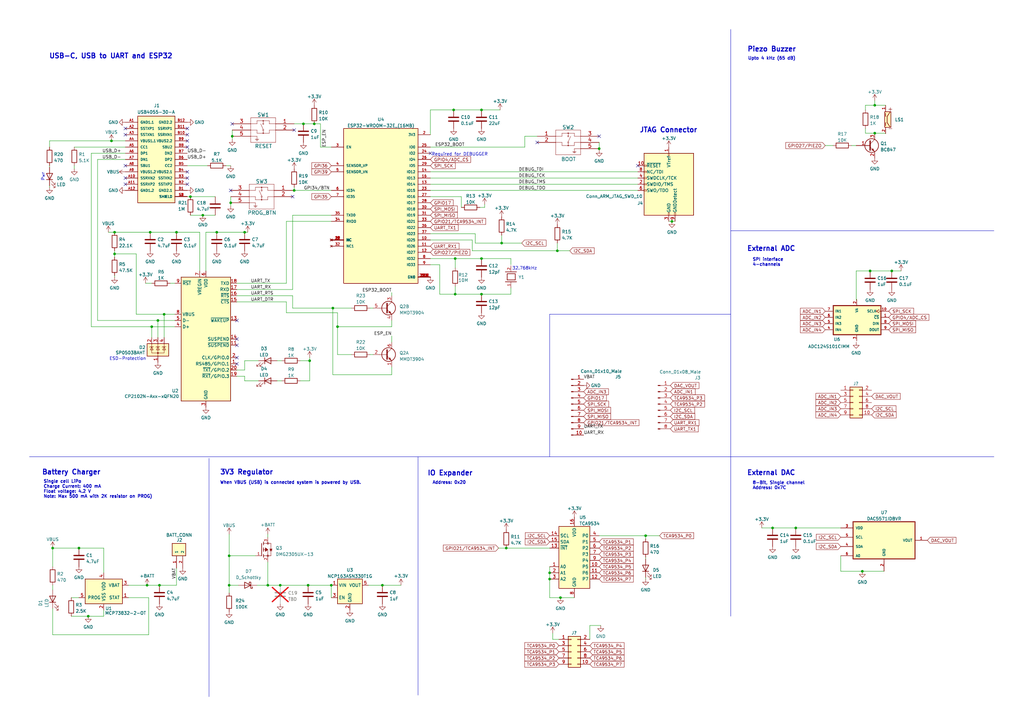
<source format=kicad_sch>
(kicad_sch (version 20230121) (generator eeschema)
  (paper "A3")
  (title_block (title "ESP32 Clover Development Board") (date "2022-11-19") (rev "1.0") (company "HB Scientific") (comment 1 "Licence: GNU General Public License v3.0") (comment 2 "Author: Harvey Bates"))
  (junction (at 186.69 120.65))
  (junction (at 136.525 126.365))
  (junction (at 326.39 216.535))
  (junction (at 64.77 131.445))
  (junction (at 358.775 54.61))
  (junction (at 245.745 60.96))
  (junction (at 197.485 120.65))
  (junction (at 275.59 90.805))
  (junction (at 32.385 224.79))
  (junction (at 205.74 99.695))
  (junction (at 93.98 227.965))
  (junction (at 36.195 252.73))
  (junction (at 60.325 240.03))
  (junction (at 225.425 237.49))
  (junction (at 93.98 240.03))
  (junction (at 21.59 224.79))
  (junction (at 229.87 245.11))
  (junction (at 61.595 95.25))
  (junction (at 127 147.955))
  (junction (at 62.23 133.985))
  (junction (at 353.695 234.315))
  (junction (at 67.31 128.905))
  (junction (at 126.365 240.03))
  (junction (at 358.775 43.18))
  (junction (at 65.405 240.03))
  (junction (at 45.72 57.785))
  (junction (at 83.185 88.265))
  (junction (at 186.69 106.045))
  (junction (at 135.89 240.03))
  (junction (at 228.6 102.87))
  (junction (at 114.935 240.03))
  (junction (at 197.485 106.045))
  (junction (at 197.485 45.085))
  (junction (at 124.46 50.8))
  (junction (at 94.615 83.185))
  (junction (at 316.865 216.535))
  (junction (at 156.845 240.03))
  (junction (at 46.99 95.25))
  (junction (at 356.87 111.125))
  (junction (at 264.795 219.71))
  (junction (at 138.43 133.985))
  (junction (at 225.425 234.95))
  (junction (at 95.25 55.88))
  (junction (at 120.65 78.105))
  (junction (at 88.9 95.25))
  (junction (at 72.39 95.25))
  (junction (at 46.99 104.14))
  (junction (at 78.105 80.645))
  (junction (at 109.855 240.03))
  (junction (at 186.055 45.085))
  (junction (at 207.645 224.79))
  (junction (at 365.76 111.125))
  (junction (at 100.33 95.25))
  (junction (at 128.905 50.8))
  (no_connect (at 120.015 80.645))
  (no_connect (at 176.53 62.865))
  (no_connect (at 51.435 55.245))
  (no_connect (at 51.435 75.565))
  (no_connect (at 51.435 73.025))
  (no_connect (at 51.435 52.705))
  (no_connect (at 51.435 67.945))
  (no_connect (at 95.25 50.8))
  (no_connect (at 120.65 53.34))
  (no_connect (at 94.615 78.105))
  (no_connect (at 261.62 67.945))
  (no_connect (at 97.155 131.445))
  (no_connect (at 97.155 141.605))
  (no_connect (at 97.155 146.685))
  (no_connect (at 97.155 139.065))
  (no_connect (at 97.155 149.225))
  (no_connect (at 76.835 55.245))
  (no_connect (at 76.835 60.325))
  (no_connect (at 76.835 52.705))
  (no_connect (at 76.835 57.785))
  (no_connect (at 76.835 75.565))
  (no_connect (at 76.835 73.025))
  (no_connect (at 76.835 70.485))
  (no_connect (at 245.745 55.88))
  (no_connect (at 220.345 58.42))
  (wire (pts (xy 44.45 95.25) (xy 46.99 95.25)))
  (wire (pts (xy 120.015 126.365) (xy 136.525 126.365)))
  (wire (pts (xy 176.53 73.025) (xy 261.62 73.025)))
  (wire (pts (xy 59.69 116.205) (xy 62.23 116.205)))
  (wire (pts (xy 186.69 117.475) (xy 186.69 120.65)))
  (wire (pts (xy 245.745 58.42) (xy 245.745 60.96)))
  (wire (pts (xy 194.945 99.695) (xy 194.945 95.885)))
  (wire (pts (xy 76.835 80.645) (xy 78.105 80.645)))
  (wire (pts (xy 120.65 50.8) (xy 124.46 50.8)))
  (wire (pts (xy 100.33 154.305) (xy 100.33 156.21)))
  (wire (pts (xy 186.69 106.045) (xy 197.485 106.045)))
  (wire (pts (xy 62.23 133.985) (xy 62.23 138.43)))
  (polyline (pts (xy 85.725 187.96) (xy 85.725 285.75)))
  (wire (pts (xy 135.89 240.03) (xy 135.89 245.11)))
  (wire (pts (xy 131.445 50.8) (xy 131.445 60.325)))
  (wire (pts (xy 97.155 118.745) (xy 120.015 118.745)))
  (wire (pts (xy 20.32 76.2) (xy 20.32 76.835)))
  (wire (pts (xy 37.465 62.865) (xy 51.435 62.865)))
  (wire (pts (xy 46.99 104.14) (xy 46.99 105.41)))
  (wire (pts (xy 180.34 120.65) (xy 186.69 120.65)))
  (wire (pts (xy 209.55 118.11) (xy 209.55 120.65)))
  (wire (pts (xy 120.015 126.365) (xy 120.015 121.285)))
  (wire (pts (xy 45.72 57.785) (xy 51.435 57.785)))
  (wire (pts (xy 62.23 133.985) (xy 71.755 133.985)))
  (wire (pts (xy 84.455 95.25) (xy 88.9 95.25)))
  (wire (pts (xy 55.88 128.905) (xy 67.31 128.905)))
  (wire (pts (xy 351.155 111.125) (xy 351.155 123.19)))
  (wire (pts (xy 127 146.685) (xy 127 147.955)))
  (wire (pts (xy 312.42 216.535) (xy 316.865 216.535)))
  (wire (pts (xy 245.745 219.71) (xy 264.795 219.71)))
  (wire (pts (xy 136.525 126.365) (xy 144.145 126.365)))
  (wire (pts (xy 156.845 240.03) (xy 164.465 240.03)))
  (polyline (pts (xy 171.45 187.325) (xy 171.45 285.115)))
  (wire (pts (xy 72.39 233.045) (xy 72.39 240.03)))
  (wire (pts (xy 205.74 99.695) (xy 213.995 99.695)))
  (wire (pts (xy 97.155 116.205) (xy 117.475 116.205)))
  (wire (pts (xy 229.87 245.11) (xy 235.585 245.11)))
  (wire (pts (xy 88.9 95.25) (xy 100.33 95.25)))
  (wire (pts (xy 151.765 126.365) (xy 153.035 126.365)))
  (wire (pts (xy 126.365 240.03) (xy 135.89 240.03)))
  (wire (pts (xy 131.445 60.325) (xy 135.89 60.325)))
  (wire (pts (xy 46.99 102.87) (xy 46.99 104.14)))
  (wire (pts (xy 127 147.955) (xy 127 156.21)))
  (wire (pts (xy 215.265 60.325) (xy 215.265 55.88)))
  (wire (pts (xy 176.53 106.045) (xy 186.69 106.045)))
  (wire (pts (xy 100.33 147.955) (xy 106.045 147.955)))
  (wire (pts (xy 198.755 83.82) (xy 198.755 85.09)))
  (wire (pts (xy 100.33 151.765) (xy 100.33 147.955)))
  (wire (pts (xy 60.325 240.03) (xy 65.405 240.03)))
  (wire (pts (xy 358.775 54.61) (xy 363.22 54.61)))
  (wire (pts (xy 275.59 90.805) (xy 276.86 90.805)))
  (wire (pts (xy 117.475 90.805) (xy 135.89 90.805)))
  (wire (pts (xy 354.965 54.61) (xy 358.775 54.61)))
  (wire (pts (xy 138.43 145.415) (xy 138.43 133.985)))
  (wire (pts (xy 69.85 116.205) (xy 71.755 116.205)))
  (wire (pts (xy 120.015 121.285) (xy 97.155 121.285)))
  (wire (pts (xy 37.465 133.985) (xy 62.23 133.985)))
  (wire (pts (xy 20.32 67.945) (xy 20.32 68.58)))
  (wire (pts (xy 160.655 153.67) (xy 136.525 153.67)))
  (wire (pts (xy 176.53 55.245) (xy 176.53 45.085)))
  (wire (pts (xy 228.6 102.87) (xy 233.68 102.87)))
  (wire (pts (xy 100.33 156.21) (xy 106.045 156.21)))
  (wire (pts (xy 160.655 131.445) (xy 160.655 133.985)))
  (wire (pts (xy 36.195 252.73) (xy 42.545 252.73)))
  (wire (pts (xy 186.69 120.65) (xy 197.485 120.65)))
  (wire (pts (xy 117.475 123.825) (xy 97.155 123.825)))
  (wire (pts (xy 21.59 260.35) (xy 60.96 260.35)))
  (wire (pts (xy 176.53 80.645) (xy 189.23 80.645)))
  (wire (pts (xy 226.695 259.715) (xy 226.695 262.255)))
  (wire (pts (xy 42.545 224.79) (xy 42.545 234.95)))
  (wire (pts (xy 225.425 237.49) (xy 225.425 245.11)))
  (wire (pts (xy 84.455 95.25) (xy 84.455 111.125)))
  (polyline (pts (xy 225.425 187.325) (xy 225.425 128.905)))
  (wire (pts (xy 117.475 116.205) (xy 117.475 90.805)))
  (wire (pts (xy 226.695 262.255) (xy 229.235 262.255)))
  (wire (pts (xy 344.805 227.965) (xy 344.805 234.315)))
  (wire (pts (xy 120.015 118.745) (xy 120.015 88.265)))
  (wire (pts (xy 78.105 88.265) (xy 83.185 88.265)))
  (wire (pts (xy 186.69 106.045) (xy 186.69 109.855)))
  (wire (pts (xy 120.015 78.105) (xy 120.65 78.105)))
  (wire (pts (xy 37.465 62.865) (xy 37.465 133.985)))
  (wire (pts (xy 81.915 95.25) (xy 81.915 111.125)))
  (wire (pts (xy 189.23 80.645) (xy 189.23 85.09)))
  (wire (pts (xy 160.655 137.795) (xy 160.655 140.335)))
  (wire (pts (xy 369.57 111.125) (xy 365.76 111.125)))
  (wire (pts (xy 117.475 128.27) (xy 117.475 123.825)))
  (wire (pts (xy 95.25 55.88) (xy 95.25 57.15)))
  (wire (pts (xy 97.155 154.305) (xy 100.33 154.305)))
  (wire (pts (xy 138.43 128.27) (xy 117.475 128.27)))
  (wire (pts (xy 93.98 219.075) (xy 93.98 227.965)))
  (wire (pts (xy 197.485 45.085) (xy 205.105 45.085)))
  (wire (pts (xy 176.53 45.085) (xy 186.055 45.085)))
  (wire (pts (xy 123.19 156.21) (xy 127 156.21)))
  (wire (pts (xy 93.98 240.03) (xy 97.79 240.03)))
  (wire (pts (xy 344.805 234.315) (xy 353.695 234.315)))
  (wire (pts (xy 92.71 67.945) (xy 94.615 67.945)))
  (wire (pts (xy 365.76 111.125) (xy 356.87 111.125)))
  (wire (pts (xy 30.48 67.945) (xy 30.48 69.215)))
  (wire (pts (xy 52.705 240.03) (xy 60.325 240.03)))
  (wire (pts (xy 358.775 41.275) (xy 358.775 43.18)))
  (wire (pts (xy 264.795 219.71) (xy 270.51 219.71)))
  (wire (pts (xy 193.675 98.425) (xy 193.675 102.87)))
  (wire (pts (xy 138.43 145.415) (xy 144.145 145.415)))
  (wire (pts (xy 29.21 245.11) (xy 32.385 245.11)))
  (wire (pts (xy 114.935 240.03) (xy 126.365 240.03)))
  (wire (pts (xy 160.655 150.495) (xy 160.655 153.67)))
  (wire (pts (xy 113.665 156.21) (xy 115.57 156.21)))
  (wire (pts (xy 207.645 224.79) (xy 225.425 224.79)))
  (wire (pts (xy 349.25 59.69) (xy 351.155 59.69)))
  (wire (pts (xy 21.59 241.935) (xy 21.59 240.03)))
  (wire (pts (xy 30.48 60.325) (xy 51.435 60.325)))
  (wire (pts (xy 29.21 252.73) (xy 36.195 252.73)))
  (wire (pts (xy 32.385 224.79) (xy 42.545 224.79)))
  (wire (pts (xy 94.615 80.645) (xy 94.615 83.185)))
  (wire (pts (xy 120.65 78.105) (xy 135.89 78.105)))
  (wire (pts (xy 40.005 131.445) (xy 64.77 131.445)))
  (polyline (pts (xy 299.72 94.615) (xy 407.67 94.615)))
  (wire (pts (xy 83.185 88.265) (xy 88.265 88.265)))
  (wire (pts (xy 64.77 131.445) (xy 71.755 131.445)))
  (wire (pts (xy 354.965 52.705) (xy 354.965 54.61)))
  (wire (pts (xy 353.695 234.315) (xy 362.585 234.315)))
  (wire (pts (xy 228.6 99.695) (xy 228.6 102.87)))
  (wire (pts (xy 120.015 88.265) (xy 135.89 88.265)))
  (wire (pts (xy 225.425 234.95) (xy 225.425 237.49)))
  (wire (pts (xy 21.59 224.79) (xy 32.385 224.79)))
  (wire (pts (xy 128.905 50.8) (xy 131.445 50.8)))
  (wire (pts (xy 316.865 216.535) (xy 326.39 216.535)))
  (wire (pts (xy 225.425 245.11) (xy 229.87 245.11)))
  (wire (pts (xy 113.665 147.955) (xy 115.57 147.955)))
  (wire (pts (xy 209.55 106.045) (xy 209.55 108.585)))
  (wire (pts (xy 274.32 90.805) (xy 275.59 90.805)))
  (wire (pts (xy 46.99 113.03) (xy 46.99 113.665)))
  (wire (pts (xy 176.53 98.425) (xy 193.675 98.425)))
  (wire (pts (xy 21.59 249.555) (xy 21.59 260.35)))
  (wire (pts (xy 138.43 133.985) (xy 160.655 133.985)))
  (wire (pts (xy 176.53 70.485) (xy 261.62 70.485)))
  (wire (pts (xy 356.87 111.125) (xy 351.155 111.125)))
  (wire (pts (xy 176.53 60.325) (xy 215.265 60.325)))
  (wire (pts (xy 354.965 43.18) (xy 358.775 43.18)))
  (polyline (pts (xy 12.065 187.325) (xy 407.67 187.325)))
  (wire (pts (xy 176.53 108.585) (xy 180.34 108.585)))
  (wire (pts (xy 186.055 45.085) (xy 197.485 45.085)))
  (wire (pts (xy 67.31 128.905) (xy 67.31 138.43)))
  (wire (pts (xy 120.65 76.835) (xy 120.65 78.105)))
  (wire (pts (xy 93.98 240.03) (xy 93.98 243.205)))
  (wire (pts (xy 205.74 96.52) (xy 205.74 99.695)))
  (wire (pts (xy 93.98 227.965) (xy 93.98 240.03)))
  (wire (pts (xy 78.105 80.645) (xy 88.265 80.645)))
  (wire (pts (xy 64.77 131.445) (xy 64.77 138.43)))
  (wire (pts (xy 338.455 59.69) (xy 341.63 59.69)))
  (wire (pts (xy 204.47 224.79) (xy 207.645 224.79)))
  (wire (pts (xy 196.85 85.09) (xy 198.755 85.09)))
  (wire (pts (xy 61.595 95.25) (xy 72.39 95.25)))
  (wire (pts (xy 194.945 99.695) (xy 205.74 99.695)))
  (wire (pts (xy 81.915 95.25) (xy 72.39 95.25)))
  (wire (pts (xy 264.795 236.855) (xy 264.795 237.49)))
  (wire (pts (xy 136.525 153.67) (xy 136.525 126.365)))
  (wire (pts (xy 215.265 55.88) (xy 220.345 55.88)))
  (wire (pts (xy 94.615 83.185) (xy 94.615 84.455)))
  (wire (pts (xy 109.855 219.075) (xy 109.855 220.345)))
  (wire (pts (xy 40.005 65.405) (xy 40.005 131.445)))
  (wire (pts (xy 264.795 219.71) (xy 264.795 220.98)))
  (wire (pts (xy 358.775 43.18) (xy 363.22 43.18)))
  (wire (pts (xy 105.41 240.03) (xy 109.855 240.03)))
  (wire (pts (xy 60.96 260.35) (xy 60.96 245.11)))
  (wire (pts (xy 55.88 104.14) (xy 55.88 128.905)))
  (polyline (pts (xy 225.425 128.905) (xy 299.72 128.905)))
  (wire (pts (xy 109.855 230.505) (xy 109.855 240.03)))
  (wire (pts (xy 180.34 108.585) (xy 180.34 120.65)))
  (wire (pts (xy 176.53 95.885) (xy 194.945 95.885)))
  (wire (pts (xy 95.25 53.34) (xy 95.25 55.88)))
  (wire (pts (xy 93.98 227.965) (xy 104.775 227.965)))
  (wire (pts (xy 20.32 57.785) (xy 20.32 60.325)))
  (wire (pts (xy 241.935 256.54) (xy 246.38 256.54)))
  (wire (pts (xy 21.59 232.41) (xy 21.59 224.79)))
  (wire (pts (xy 42.545 252.73) (xy 42.545 250.19)))
  (wire (pts (xy 225.425 232.41) (xy 225.425 234.95)))
  (wire (pts (xy 45.72 57.785) (xy 20.32 57.785)))
  (wire (pts (xy 97.155 151.765) (xy 100.33 151.765)))
  (wire (pts (xy 151.765 145.415) (xy 153.035 145.415)))
  (wire (pts (xy 197.485 106.045) (xy 209.55 106.045)))
  (wire (pts (xy 65.405 240.03) (xy 72.39 240.03)))
  (wire (pts (xy 100.33 95.25) (xy 101.6 95.25)))
  (wire (pts (xy 46.99 104.14) (xy 55.88 104.14)))
  (wire (pts (xy 123.19 147.955) (xy 127 147.955)))
  (wire (pts (xy 209.55 120.65) (xy 197.485 120.65)))
  (wire (pts (xy 60.96 245.11) (xy 52.705 245.11)))
  (wire (pts (xy 151.13 240.03) (xy 156.845 240.03)))
  (polyline (pts (xy 299.72 12.065) (xy 299.72 252.73)))
  (wire (pts (xy 245.745 60.96) (xy 245.745 61.595)))
  (wire (pts (xy 46.99 95.25) (xy 61.595 95.25)))
  (wire (pts (xy 326.39 216.535) (xy 344.805 216.535)))
  (wire (pts (xy 124.46 50.8) (xy 128.905 50.8)))
  (wire (pts (xy 160.655 120.015) (xy 160.655 121.285)))
  (wire (pts (xy 354.965 45.085) (xy 354.965 43.18)))
  (wire (pts (xy 109.855 240.03) (xy 114.935 240.03)))
  (wire (pts (xy 193.675 102.87) (xy 228.6 102.87)))
  (wire (pts (xy 67.31 128.905) (xy 71.755 128.905)))
  (wire (pts (xy 138.43 133.985) (xy 138.43 128.27)))
  (wire (pts (xy 76.835 67.945) (xy 85.09 67.945)))
  (wire (pts (xy 176.53 78.105) (xy 261.62 78.105)))
  (wire (pts (xy 264.795 228.6) (xy 264.795 229.235)))
  (wire (pts (xy 40.005 65.405) (xy 51.435 65.405)))
  (wire (pts (xy 176.53 75.565) (xy 261.62 75.565)))
  (wire (pts (xy 241.935 262.255) (xy 241.935 256.54)))
  (text "Address: 0x20" (at 177.292 198.755 0) (effects (font (size 1.27 1.27) (thickness 0.254) bold) (justify left bottom)))
  (text "32.768kHz" (at 210.058 110.871 0) (effects (font (size 1.27 1.27)) (justify left bottom)))
  (text "USB-C, USB to UART and ESP32" (at 20.066 24.257 0) (effects (font (size 2 2) (thickness 0.4) bold) (justify left bottom)))
  (text "Piezo Buzzer" (at 306.451 21.463 0) (effects (font (size 2 2) (thickness 0.4) bold) (justify left bottom)))
  (text "IO Expander" (at 175.26 195.326 0) (effects (font (size 2 2) (thickness 0.4) bold) (justify left bottom)))
  (text "3V3 Regulator" (at 90.17 194.945 0) (effects (font (size 2 2) (thickness 0.4) bold) (justify left bottom)))
  (text "Upto 4 kHz (65 dB)" (at 306.705 24.765 0) (effects (font (size 1.27 1.27) (thickness 0.254) bold) (justify left bottom)))
  (text "ESD-Protection" (at 44.831 147.955 0) (effects (font (size 1.27 1.27)) (justify left bottom)))
  (text "External DAC" (at 306.324 195.199 0) (effects (font (size 2 2) (thickness 0.4) bold) (justify left bottom)))
  (text "SPI interface\n4-channels" (at 308.61 109.347 0) (effects (font (size 1.27 1.27) (thickness 0.254) bold) (justify left bottom)))
  (text "Battery Charger" (at 17.145 194.945 0) (effects (font (size 2 2) (thickness 0.4) bold) (justify left bottom)))
  (text "8-Bit, Single channel\nAddress: 0x7C" (at 308.61 200.914 0) (effects (font (size 1.27 1.27) (thickness 0.254) bold) (justify left bottom)))
  (text "When VBUS (USB) is connected system is powered by USB." (at 90.17 198.755 0) (effects (font (size 1.27 1.27) (thickness 0.254) bold) (justify left bottom)))
  (text "Pwr" (at 18.415 74.295 90) (effects (font (size 1.27 1.27)) (justify left bottom)))
  (text "Single cell LiPo\nCharge Current: 400 mA \nFloat voltage: 4.2 V\nNote: Max 500 mA with 2K resistor on PROG)" (at 17.78 204.47 0) (effects (font (size 1.27 1.27) (thickness 0.254) bold) (justify left bottom)))
  (text "External ADC" (at 306.324 103.251 0) (effects (font (size 2 2) (thickness 0.4) bold) (justify left bottom)))
  (text "Required for DEBUGGER" (at 177.038 64.135 0) (effects (font (size 1.27 1.27)) (justify left bottom)))
  (text "JTAG Connector" (at 262.255 54.61 0) (effects (font (size 2 2) (thickness 0.4) bold) (justify left bottom)))
  (label "DEBUG_TMS" (at 212.725 75.565 0))
  (label "DEBUG_TCK" (at 212.725 73.025 0))
  (label "UART_TX" (at 102.87 116.205 0))
  (label "UART_RTS" (at 102.87 121.285 0))
  (label "UART_RX" (at 239.395 178.435 0))
  (label "UART_DTR" (at 102.87 123.825 0))
  (label "DEBUG_TDI" (at 212.725 70.485 0))
  (label "VBAT" (at 72.39 237.49 90))
  (label "UART_RX" (at 102.87 118.745 0))
  (label "USB_D-" (at 41.91 65.405 0))
  (label "ESP_EN" (at 160.655 137.795 180))
  (label "USB_D+" (at 76.835 65.405 0))
  (label "ESP_EN" (at 133.985 60.325 90))
  (label "GPI34{slash}BTN" (at 135.255 78.105 180))
  (label "ESP32_BOOT" (at 178.435 60.325 0))
  (label "USB_D-" (at 76.835 62.865 0))
  (label "UART_TX" (at 239.395 175.895 0))
  (label "DEBUG_TDO" (at 212.725 78.105 0))
  (label "USB_D+" (at 41.91 62.865 0))
  (label "ESP32_BOOT" (at 160.655 120.015 180))
  (label "VBAT" (at 239.395 155.575 0))
  (global_label "DAC_VOUT" (shape input) (at 357.505 162.56 0) (property "Intersheetrefs" "${INTERSHEET_REFS}" (effects hide)))
  (global_label "ADC_IN1" (shape input) (at 344.805 162.56 180) (property "Intersheetrefs" "${INTERSHEET_REFS}" (effects hide)))
  (global_label "UART_RX1" (shape input) (at 274.955 173.355 0) (property "Intersheetrefs" "${INTERSHEET_REFS}" (effects hide)))
  (global_label "I2C_SDA" (shape input) (at 233.68 102.87 0) (property "Intersheetrefs" "${INTERSHEET_REFS}" (effects hide)))
  (global_label "I2C_SCL" (shape input) (at 357.505 167.64 0) (property "Intersheetrefs" "${INTERSHEET_REFS}" (effects hide)))
  (global_label "SPI_SCK" (shape input) (at 239.395 165.735 0) (property "Intersheetrefs" "${INTERSHEET_REFS}" (effects hide)))
  (global_label "ADC_IN1" (shape input) (at 274.955 160.655 0) (property "Intersheetrefs" "${INTERSHEET_REFS}" (effects hide)))
  (global_label "GPIO17" (shape input) (at 239.395 163.195 0) (property "Intersheetrefs" "${INTERSHEET_REFS}" (effects hide)))
  (global_label "I2C_SDA" (shape input) (at 274.955 170.815 0) (property "Intersheetrefs" "${INTERSHEET_REFS}" (effects hide)))
  (global_label "GPIO21{slash}TCA9534_INT" (shape input) (at 176.53 90.805 0) (property "Intersheetrefs" "${INTERSHEET_REFS}" (effects hide)))
  (global_label "TCA9534_P2" (shape input) (at 245.745 224.79 0) (property "Intersheetrefs" "${INTERSHEET_REFS}" (effects hide)))
  (global_label "ADC_IN1" (shape input) (at 338.455 127.635 180) (property "Intersheetrefs" "${INTERSHEET_REFS}" (effects hide)))
  (global_label "TCA9534_P6" (shape input) (at 245.745 234.95 0) (property "Intersheetrefs" "${INTERSHEET_REFS}" (effects hide)))
  (global_label "GPIO21{slash}TCA9534_INT" (shape input) (at 204.47 224.79 180) (property "Intersheetrefs" "${INTERSHEET_REFS}" (effects hide)))
  (global_label "SPI_MOSI" (shape input) (at 364.49 132.715 0) (property "Intersheetrefs" "${INTERSHEET_REFS}" (effects hide)))
  (global_label "I2C_SDA" (shape input) (at 225.425 222.25 180) (property "Intersheetrefs" "${INTERSHEET_REFS}" (effects hide)))
  (global_label "ADC_IN2" (shape input) (at 338.455 130.175 180) (property "Intersheetrefs" "${INTERSHEET_REFS}" (effects hide)))
  (global_label "I2C_SCL" (shape input) (at 344.805 220.345 180) (property "Intersheetrefs" "${INTERSHEET_REFS}" (effects hide)))
  (global_label "GPIO27{slash}PIEZO" (shape input) (at 176.53 103.505 0) (property "Intersheetrefs" "${INTERSHEET_REFS}" (effects hide)))
  (global_label "TCA9534_P5" (shape input) (at 241.935 267.335 0) (property "Intersheetrefs" "${INTERSHEET_REFS}" (effects hide)))
  (global_label "SPI_MISO" (shape input) (at 364.49 135.255 0) (property "Intersheetrefs" "${INTERSHEET_REFS}" (effects hide)))
  (global_label "GPIO17" (shape input) (at 176.53 83.185 0) (property "Intersheetrefs" "${INTERSHEET_REFS}" (effects hide)))
  (global_label "GPIO21{slash}TCA9534_INT" (shape input) (at 239.395 173.355 0) (property "Intersheetrefs" "${INTERSHEET_REFS}" (effects hide)))
  (global_label "GPIO4{slash}ADC_CS" (shape input) (at 176.53 65.405 0) (property "Intersheetrefs" "${INTERSHEET_REFS}" (effects hide)))
  (global_label "TCA9534_P0" (shape input) (at 270.51 219.71 0) (property "Intersheetrefs" "${INTERSHEET_REFS}" (effects hide)))
  (global_label "TCA9534_P3" (shape input) (at 229.235 272.415 180) (property "Intersheetrefs" "${INTERSHEET_REFS}" (effects hide)))
  (global_label "GPIO4{slash}ADC_CS" (shape input) (at 364.49 130.175 0) (property "Intersheetrefs" "${INTERSHEET_REFS}" (effects hide)))
  (global_label "GPI35" (shape input) (at 135.89 80.645 180) (property "Intersheetrefs" "${INTERSHEET_REFS}" (effects hide)))
  (global_label "TCA9534_P0" (shape input) (at 229.235 264.795 180) (property "Intersheetrefs" "${INTERSHEET_REFS}" (effects hide)))
  (global_label "GPIO27{slash}PIEZO" (shape input) (at 338.455 59.69 180) (property "Intersheetrefs" "${INTERSHEET_REFS}" (effects hide)))
  (global_label "TCA9534_P2" (shape input) (at 229.235 269.875 180) (property "Intersheetrefs" "${INTERSHEET_REFS}" (effects hide)))
  (global_label "SPI_SCK" (shape input) (at 364.49 127.635 0) (property "Intersheetrefs" "${INTERSHEET_REFS}" (effects hide)))
  (global_label "TCA9534_P5" (shape input) (at 245.745 232.41 0) (property "Intersheetrefs" "${INTERSHEET_REFS}" (effects hide)))
  (global_label "SPI_MISO" (shape input) (at 176.53 88.265 0) (property "Intersheetrefs" "${INTERSHEET_REFS}" (effects hide)))
  (global_label "TCA9534_P3" (shape input) (at 274.955 163.195 0) (property "Intersheetrefs" "${INTERSHEET_REFS}" (effects hide)))
  (global_label "GPI36" (shape input) (at 135.89 67.945 180) (property "Intersheetrefs" "${INTERSHEET_REFS}" (effects hide)))
  (global_label "UART_RX1" (shape input) (at 176.53 100.965 0) (property "Intersheetrefs" "${INTERSHEET_REFS}" (effects hide)))
  (global_label "I2C_SDA" (shape input) (at 344.805 224.155 180) (property "Intersheetrefs" "${INTERSHEET_REFS}" (effects hide)))
  (global_label "DAC_VOUT" (shape input) (at 380.365 221.615 0) (property "Intersheetrefs" "${INTERSHEET_REFS}" (effects hide)))
  (global_label "ADC_IN4" (shape input) (at 344.805 170.18 180) (property "Intersheetrefs" "${INTERSHEET_REFS}" (effects hide)))
  (global_label "UART_TX1" (shape input) (at 176.53 93.345 0) (property "Intersheetrefs" "${INTERSHEET_REFS}" (effects hide)))
  (global_label "GPI39" (shape input) (at 135.89 70.485 180) (property "Intersheetrefs" "${INTERSHEET_REFS}" (effects hide)))
  (global_label "TCA9534_P4" (shape input) (at 245.745 229.87 0) (property "Intersheetrefs" "${INTERSHEET_REFS}" (effects hide)))
  (global_label "I2C_SCL" (shape input) (at 213.995 99.695 0) (property "Intersheetrefs" "${INTERSHEET_REFS}" (effects hide)))
  (global_label "UART_TX1" (shape input) (at 274.955 175.895 0) (property "Intersheetrefs" "${INTERSHEET_REFS}" (effects hide)))
  (global_label "ADC_IN2" (shape input) (at 344.805 165.1 180) (property "Intersheetrefs" "${INTERSHEET_REFS}" (effects hide)))
  (global_label "TCA9534_P3" (shape input) (at 245.745 227.33 0) (property "Intersheetrefs" "${INTERSHEET_REFS}" (effects hide)))
  (global_label "ADC_IN3" (shape input) (at 344.805 167.64 180) (property "Intersheetrefs" "${INTERSHEET_REFS}" (effects hide)))
  (global_label "ADC_IN3" (shape input) (at 338.455 132.715 180) (property "Intersheetrefs" "${INTERSHEET_REFS}" (effects hide)))
  (global_label "TCA9534_P7" (shape input) (at 241.935 272.415 0) (property "Intersheetrefs" "${INTERSHEET_REFS}" (effects hide)))
  (global_label "DAC_VOUT" (shape input) (at 274.955 158.115 0) (property "Intersheetrefs" "${INTERSHEET_REFS}" (effects hide)))
  (global_label "ADC_IN3" (shape input) (at 239.395 160.655 0) (property "Intersheetrefs" "${INTERSHEET_REFS}" (effects hide)))
  (global_label "TCA9534_P1" (shape input) (at 245.745 222.25 0) (property "Intersheetrefs" "${INTERSHEET_REFS}" (effects hide)))
  (global_label "I2C_SDA" (shape input) (at 357.505 170.18 0) (property "Intersheetrefs" "${INTERSHEET_REFS}" (effects hide)))
  (global_label "I2C_SCL" (shape input) (at 274.955 168.275 0) (property "Intersheetrefs" "${INTERSHEET_REFS}" (effects hide)))
  (global_label "ADC_IN4" (shape input) (at 338.455 135.255 180) (property "Intersheetrefs" "${INTERSHEET_REFS}" (effects hide)))
  (global_label "TCA9534_P2" (shape input) (at 274.955 165.735 0) (property "Intersheetrefs" "${INTERSHEET_REFS}" (effects hide)))
  (global_label "SPI_MOSI" (shape input) (at 239.395 168.275 0) (property "Intersheetrefs" "${INTERSHEET_REFS}" (effects hide)))
  (global_label "TCA9534_P7" (shape input) (at 245.745 237.49 0) (property "Intersheetrefs" "${INTERSHEET_REFS}" (effects hide)))
  (global_label "TCA9534_P1" (shape input) (at 229.235 267.335 180) (property "Intersheetrefs" "${INTERSHEET_REFS}" (effects hide)))
  (global_label "TCA9534_P4" (shape input) (at 241.935 264.795 0) (property "Intersheetrefs" "${INTERSHEET_REFS}" (effects hide)))
  (global_label "I2C_SCL" (shape input) (at 225.425 219.71 180) (property "Intersheetrefs" "${INTERSHEET_REFS}" (effects hide)))
  (global_label "SPI_SCK" (shape input) (at 176.53 67.945 0) (property "Intersheetrefs" "${INTERSHEET_REFS}" (effects hide)))
  (global_label "TCA9534_P6" (shape input) (at 241.935 269.875 0) (property "Intersheetrefs" "${INTERSHEET_REFS}" (effects hide)))
  (global_label "SPI_MOSI" (shape input) (at 176.53 85.725 0) (property "Intersheetrefs" "${INTERSHEET_REFS}" (effects hide)))
  (global_label "SPI_MISO" (shape input) (at 239.395 170.815 0) (property "Intersheetrefs" "${INTERSHEET_REFS}" (effects hide)))
  (symbol (lib_id "Device:R") (at 20.32 64.135 180) (unit 1)
    (property "Reference" "R20" (at 22.098 63.3003 0) (effects (justify right)))
    (property "Value" "470" (at 22.098 65.8372 0) (effects (justify right)))
    (property "Footprint" "Resistor_SMD:R_0603_1608Metric" (effects hide))
  )
  (symbol (lib_id "Device:R") (at 207.645 220.98 180) (unit 1)
    (property "Reference" "R11" (at 209.423 220.1453 0) (effects (justify right)))
    (property "Value" "4.7K" (at 209.423 222.6822 0) (effects (justify right)))
    (property "Footprint" "Resistor_SMD:R_0603_1608Metric" (effects hide))
  )
  (symbol (lib_id "Device:R") (at 21.59 236.22 0) (unit 1)
    (property "Reference" "R2" (at 23.368 235.3853 0) (effects (justify left)))
    (property "Value" "470" (at 23.368 237.9222 0) (effects (justify left)))
    (property "Footprint" "Resistor_SMD:R_0603_1608Metric" (effects hide))
  )
  (symbol (lib_id "MCIPTG23K-V:MCIPTG23K-V") (at 120.015 78.105 0) (mirror y) (unit 1)
    (property "Reference" "SW3" (at 107.315 74.422 0) (effects (font (size 1.524 1.524))))
    (property "Value" "PROG_BTN" (at 107.442 87.249 0) (effects (font (size 1.524 1.524))))
    (property "Footprint" "MCIPTG23K-V:MCIPTG23K-V" (effects hide))
  )
  (symbol (lib_id "power:VBUS") (at 51.435 70.485 90) (unit 1)
    (property "Reference" "#PWR06" (effects hide))
    (property "Value" "VBUS" (at 43.815 70.485 90) (effects (justify right)))
  )
  (symbol (lib_id "Device:C") (at 65.405 243.84 0) (unit 1)
    (property "Reference" "C4" (at 68.326 243.0053 0) (effects (justify left)))
    (property "Value" "4.7uF" (at 68.326 245.5422 0) (effects (justify left)))
    (property "Footprint" "Capacitor_SMD:C_0603_1608Metric" (effects hide))
  )
  (symbol (lib_id "power:GND") (at 20.32 76.835 0) (unit 1)
    (property "Reference" "#PWR028" (effects hide))
    (property "Value" "GND" (at 20.32 81.2784 0))
  )
  (symbol (lib_id "Device:C") (at 316.865 220.345 0) (unit 1)
    (property "Reference" "C14" (at 319.786 219.5103 0) (effects (justify left)))
    (property "Value" "1uF" (at 319.786 222.0472 0) (effects (justify left)))
    (property "Footprint" "Capacitor_SMD:C_0603_1608Metric" (effects hide))
  )
  (symbol (lib_id "power:GND") (at 358.775 64.77 0) (unit 1)
    (property "Reference" "#PWR058" (effects hide))
    (property "Value" "GND" (at 358.775 69.2134 0))
  )
  (symbol (lib_id "power:GND") (at 93.98 250.825 0) (unit 1)
    (property "Reference" "#PWR061" (effects hide))
    (property "Value" "GND" (at 93.98 255.2684 0))
  )
  (symbol (lib_id "Device:R") (at 78.105 84.455 180) (unit 1)
    (property "Reference" "R21" (at 73.025 83.185 0) (effects (justify right)))
    (property "Value" "1M" (at 73.025 85.725 0) (effects (justify right)))
    (property "Footprint" "Resistor_SMD:R_0603_1608Metric" (effects hide))
  )
  (symbol (lib_id "power:GND") (at 353.695 234.315 0) (unit 1)
    (property "Reference" "#PWR053" (effects hide))
    (property "Value" "GND" (at 353.695 238.7584 0))
  )
  (symbol (lib_id "power:GND") (at 197.485 128.27 0) (unit 1)
    (property "Reference" "#PWR038" (effects hide))
    (property "Value" "GND" (at 197.485 132.7134 0))
  )
  (symbol (lib_id "power:GND") (at 65.405 247.65 0) (unit 1)
    (property "Reference" "#PWR015" (effects hide))
    (property "Value" "GND" (at 65.405 252.0934 0))
  )
  (symbol (lib_id "power:GND") (at 275.59 90.805 0) (unit 1)
    (property "Reference" "#PWR048" (effects hide))
    (property "Value" "GND" (at 275.59 95.2484 0))
  )
  (symbol (lib_id "Power_Protection:SP0503BAHT") (at 64.77 143.51 0) (unit 1)
    (property "Reference" "D2" (at 57.023 142.494 0) (effects (justify left)))
    (property "Value" "SP0503BAHT" (at 47.371 144.653 0) (effects (justify left)))
    (property "Footprint" "Package_TO_SOT_SMD:SOT-143" (effects hide))
    (property "Datasheet" "http://www.littelfuse.com/~/media/files/littelfuse/technical%20resources/documents/data%20sheets/sp05xxba.pdf" (effects hide))
    (property "Supplier" "https://au.element14.com/littelfuse/sp0503bahtg/esd-protection-device-5-5v-sot/dp/1827633?st=SP0503BAHTG" (effects hide))
  )
  (symbol (lib_id "power:GND") (at 76.835 78.105 90) (unit 1)
    (property "Reference" "#PWR016" (effects hide))
    (property "Value" "GND" (at 83.82 78.105 90) (effects (justify left)))
  )
  (symbol (lib_id "power:GND") (at 51.435 50.165 270) (unit 1)
    (property "Reference" "#PWR08" (effects hide))
    (property "Value" "GND" (at 44.45 50.165 90) (effects (justify left)))
  )
  (symbol (lib_id "Connector:Conn_01x10_Male") (at 234.315 165.735 0) (unit 1)
    (property "Reference" "J5" (at 253.492 154.559 0))
    (property "Value" "Conn_01x10_Male" (at 246.634 152.273 0))
    (property "Footprint" "Connector_PinHeader_2.54mm:PinHeader_1x10_P2.54mm_Vertical" (effects hide))
  )
  (symbol (lib_id "ABS07AIG-32.768KHZ-T:ABS07AIG-32.768KHZ-T") (at 209.55 113.538 90) (unit 1)
    (property "Reference" "Y1" (at 212.598 113.665 90) (effects (justify right)))
    (property "Value" "ABS07AIG-32.768KHZ-T" (effects hide))
    (property "Footprint" "32_768kHZ:ABS07AIG-32.768KHZ-T" (effects hide))
  )
  (symbol (lib_id "Transistor_BJT:MMDT3904") (at 158.115 145.415 0) (unit 1)
    (property "Reference" "Q2" (at 163.83 144.78 0) (effects (justify left)))
    (property "Value" "MMDT3904" (at 163.83 147.32 0) (effects (justify left)))
    (property "Footprint" "Package_TO_SOT_SMD:SOT-363_SC-70-6" (effects hide))
    (property "Datasheet" "http://www.diodes.com/_files/datasheets/ds30088.pdf" (effects hide))
  )
  (symbol (lib_id "power:GND") (at 51.435 78.105 270) (unit 1)
    (property "Reference" "#PWR09" (effects hide))
    (property "Value" "GND" (at 44.45 78.105 90) (effects (justify left)))
  )
  (symbol (lib_id "Battery_Management:MCP73832-2-OT") (at 42.545 242.57 0) (unit 1)
    (property "Reference" "U1" (at 43.18 249.555 0) (effects (justify left)))
    (property "Value" "MCP73832-2-OT" (at 43.053 251.46 0) (effects (justify left)))
    (property "Footprint" "Package_TO_SOT_SMD:SOT-23-5" (effects hide))
    (property "Datasheet" "http://ww1.microchip.com/downloads/en/DeviceDoc/20001984g.pdf" (effects hide))
  )
  (symbol (lib_id "power:+3.3V") (at 127 146.685 0) (unit 1)
    (property "Reference" "#PWR031" (effects hide))
    (property "Value" "+3.3V" (at 127 143.1092 0))
  )
  (symbol (lib_id "ADC124S101CIMM:ADC124S101CIMM") (at 351.409 131.699 0) (unit 1)
    (property "Reference" "U6" (at 343.281 139.192 0))
    (property "Value" "ADC124S101CIMM" (at 339.979 142.113 0))
    (property "Footprint" "ADC124S101CIMM:ADC124S101CIMM" (effects hide))
    (property "Datasheet" "https://www.ti.com/lit/ds/symlink/adc124s101.pdf?HQS=dis-dk-null-digikeymode-dsf-pf-null-wwe&ts=1668772001635" (effects hide))
    (property "Supplier" "https://www.digikey.com.au/en/products/detail/texas-instruments/ADC124S101CIMM-NOPB/755015" (effects hide))
  )
  (symbol (lib_id "power:GND") (at 32.385 232.41 0) (unit 1)
    (property "Reference" "#PWR03" (effects hide))
    (property "Value" "GND" (at 32.385 236.8534 0))
  )
  (symbol (lib_id "power:GND") (at 95.25 57.15 0) (unit 1)
    (property "Reference" "#PWR023" (effects hide))
    (property "Value" "GND" (at 95.25 61.5934 0))
  )
  (symbol (lib_id "power:+3.3V") (at 312.42 216.535 0) (unit 1)
    (property "Reference" "#PWR049" (effects hide))
    (property "Value" "+3.3V" (at 312.42 212.9592 0))
  )
  (symbol (lib_id "power:GND") (at 245.745 61.595 0) (unit 1)
    (property "Reference" "#PWR046" (effects hide))
    (property "Value" "GND" (at 245.745 66.0384 0))
  )
  (symbol (lib_id "power:+BATT") (at 109.855 219.075 0) (unit 1)
    (property "Reference" "#PWR063" (effects hide))
    (property "Value" "+BATT" (at 109.855 215.265 0))
  )
  (symbol (lib_id "Device:C") (at 88.265 84.455 0) (unit 1)
    (property "Reference" "C18" (at 80.645 83.1881 0) (effects (justify left)))
    (property "Value" "4.7uF" (at 80.645 85.725 0) (effects (justify left)))
    (property "Footprint" "Capacitor_SMD:C_0603_1608Metric" (effects hide))
  )
  (symbol (lib_id "power:GND") (at 126.365 247.65 0) (unit 1)
    (property "Reference" "#PWR020" (effects hide))
    (property "Value" "GND" (at 126.365 252.0934 0))
  )
  (symbol (lib_id "power:GND") (at 316.865 224.155 0) (unit 1)
    (property "Reference" "#PWR050" (effects hide))
    (property "Value" "GND" (at 316.865 228.5984 0))
  )
  (symbol (lib_id "Device:C") (at 186.055 48.895 0) (unit 1)
    (property "Reference" "C10" (at 188.976 48.0603 0) (effects (justify left)))
    (property "Value" "0.1uF" (at 188.976 50.5972 0) (effects (justify left)))
    (property "Footprint" "Capacitor_SMD:C_0603_1608Metric" (effects hide))
  )
  (symbol (lib_id "power:VBUS") (at 45.72 57.785 0) (unit 1)
    (property "Reference" "#PWR05" (effects hide))
    (property "Value" "VBUS" (at 45.72 54.2092 0))
  )
  (symbol (lib_id "power:GND") (at 186.055 52.705 0) (unit 1)
    (property "Reference" "#PWR034" (effects hide))
    (property "Value" "GND" (at 186.055 57.1484 0))
  )
  (symbol (lib_id "Device:R") (at 228.6 95.885 180) (unit 1)
    (property "Reference" "R15" (at 230.378 95.0503 0) (effects (justify right)))
    (property "Value" "4.7K" (at 230.378 97.5872 0) (effects (justify right)))
    (property "Footprint" "Resistor_SMD:R_0603_1608Metric" (effects hide))
  )
  (symbol (lib_id "power:GND") (at 365.76 118.745 0) (unit 1)
    (property "Reference" "#PWR055" (effects hide))
    (property "Value" "GND" (at 365.76 123.1884 0))
  )
  (symbol (lib_id "power:+3.3V") (at 164.465 240.03 0) (unit 1)
    (property "Reference" "#PWR030" (effects hide))
    (property "Value" "+3.3V" (at 164.465 236.22 0))
  )
  (symbol (lib_id "Transistor_BJT:BC847") (at 356.235 59.69 0) (unit 1)
    (property "Reference" "Q1" (at 361.0864 58.8553 0) (effects (justify left)))
    (property "Value" "BC847" (at 361.0864 61.3922 0) (effects (justify left)))
    (property "Footprint" "Package_TO_SOT_SMD:SOT-23" (effects hide))
    (property "Datasheet" "http://www.infineon.com/dgdl/Infineon-BC847SERIES_BC848SERIES_BC849SERIES_BC850SERIES-DS-v01_01-en.pdf?fileId=db3a304314dca389011541d4630a1657" (effects hide))
  )
  (symbol (lib_id "power:+3.3V") (at 59.69 116.205 0) (unit 1)
    (property "Reference" "#PWR011" (effects hide))
    (property "Value" "+3.3V" (at 59.69 112.6292 0))
  )
  (symbol (lib_id "power:GND") (at 176.53 113.665 0) (unit 1)
    (property "Reference" "#PWR033" (effects hide))
    (property "Value" "GND" (at 176.53 118.1084 0))
  )
  (symbol (lib_id "ESP32-WROOM-32E__16MB:ESP32-WROOM-32E_(16MB)") (at 156.21 85.725 0) (unit 1)
    (property "Reference" "U4" (at 156.21 49.0052 0))
    (property "Value" "ESP32-WROOM-32E_(16MB)" (at 156.21 51.5421 0))
    (property "Footprint" "ESP32:ESP32-WROOM-32E__16MB" (effects hide))
    (property "PARTREV" "1.4" (effects hide))
    (property "MANUFACTURER" "Espressif Systems" (effects hide))
    (property "MAXIMUM_PACKAGE_HEIGHT" "3.25mm" (effects hide))
    (property "STANDARD" "Manufacturer Recommendations" (effects hide))
  )
  (symbol (lib_id "power:GND") (at 94.615 84.455 0) (unit 1)
    (property "Reference" "#PWR0101" (effects hide))
    (property "Value" "GND" (at 94.615 88.8984 0))
  )
  (symbol (lib_id "Device:C") (at 356.87 114.935 0) (unit 1)
    (property "Reference" "C16" (at 359.791 114.1003 0) (effects (justify left)))
    (property "Value" "1uF" (at 359.791 116.6372 0) (effects (justify left)))
    (property "Footprint" "Capacitor_SMD:C_0603_1608Metric" (effects hide))
  )
  (symbol (lib_id "power:GND") (at 61.595 102.87 0) (unit 1)
    (property "Reference" "#PWR012" (effects hide))
    (property "Value" "GND" (at 61.595 107.3134 0))
  )
  (symbol (lib_id "power:+3.3V") (at 205.74 88.9 0) (unit 1)
    (property "Reference" "#PWR041" (effects hide))
    (property "Value" "+3.3V" (at 205.74 85.3242 0))
  )
  (symbol (lib_id "power:GND") (at 356.87 118.745 0) (unit 1)
    (property "Reference" "#PWR054" (effects hide))
    (property "Value" "GND" (at 356.87 123.1884 0))
  )
  (symbol (lib_id "power:+3.3V") (at 205.105 45.085 0) (unit 1)
    (property "Reference" "#PWR040" (effects hide))
    (property "Value" "+3.3V" (at 205.105 41.5092 0))
  )
  (symbol (lib_id "Device:C") (at 100.33 99.06 0) (unit 1)
    (property "Reference" "C7" (at 103.251 98.2253 0) (effects (justify left)))
    (property "Value" "4.7uF" (at 103.251 100.7622 0) (effects (justify left)))
    (property "Footprint" "Capacitor_SMD:C_0603_1608Metric" (effects hide))
  )
  (symbol (lib_id "Connector:Conn_01x08_Male") (at 269.875 165.735 0) (unit 1)
    (property "Reference" "J3" (at 286.131 154.94 0))
    (property "Value" "Conn_01x08_Male" (at 279.019 152.527 0))
    (property "Footprint" "Connector_PinHeader_2.54mm:PinHeader_1x08_P2.54mm_Vertical" (effects hide))
  )
  (symbol (lib_id "Device:R") (at 147.955 145.415 270) (unit 1)
    (property "Reference" "R22" (at 147.955 140.335 90))
    (property "Value" "10K" (at 147.955 142.875 90))
    (property "Footprint" "Resistor_SMD:R_0603_1608Metric" (effects hide))
  )
  (symbol (lib_id "power:GND") (at 197.485 113.665 0) (unit 1)
    (property "Reference" "#PWR037" (effects hide))
    (property "Value" "GND" (at 197.485 118.1084 0))
  )
  (symbol (lib_id "Device:C") (at 114.935 243.84 0) (unit 1) (dnp yes)
    (property "Reference" "C19" (at 118.11 243.205 0) (effects (justify left)))
    (property "Value" "TBD" (at 118.11 245.745 0) (effects (justify left)))
    (property "Footprint" "Capacitor_SMD:C_0603_1608Metric" (effects hide))
  )
  (symbol (lib_id "Device:C") (at 61.595 99.06 0) (unit 1)
    (property "Reference" "C2" (at 64.516 98.2253 0) (effects (justify left)))
    (property "Value" "4.7uF" (at 64.516 100.7622 0) (effects (justify left)))
    (property "Footprint" "Capacitor_SMD:C_0603_1608Metric" (effects hide))
  )
  (symbol (lib_id "power:GND") (at 197.485 52.705 0) (unit 1)
    (property "Reference" "#PWR036" (effects hide))
    (property "Value" "GND" (at 197.485 57.1484 0))
  )
  (symbol (lib_id "power:GND") (at 229.87 245.11 0) (unit 1)
    (property "Reference" "#PWR042" (effects hide))
    (property "Value" "GND" (at 229.87 249.5534 0))
  )
  (symbol (lib_id "Device:R") (at 147.955 126.365 270) (unit 1)
    (property "Reference" "R23" (at 147.955 121.285 90))
    (property "Value" "10K" (at 147.955 123.825 90))
    (property "Footprint" "Resistor_SMD:R_0603_1608Metric" (effects hide))
  )
  (symbol (lib_id "power:GND") (at 74.93 233.045 0) (unit 1)
    (property "Reference" "#PWR018" (effects hide))
    (property "Value" "GND" (at 74.93 237.363 0))
  )
  (symbol (lib_id "power:GND") (at 94.615 67.945 0) (unit 1)
    (property "Reference" "#PWR022" (effects hide))
    (property "Value" "GND" (at 94.615 72.3884 0))
  )
  (symbol (lib_id "power:GND") (at 264.795 237.49 0) (unit 1)
    (property "Reference" "#PWR045" (effects hide))
    (property "Value" "GND" (at 264.795 241.9334 0))
  )
  (symbol (lib_id "Device:LED") (at 109.855 156.21 0) (unit 1)
    (property "Reference" "D4" (at 108.2675 151.2402 0))
    (property "Value" "LED" (at 108.2675 153.7771 0))
    (property "Footprint" "LED_SMD:LED_0603_1608Metric" (effects hide))
    (property "Color" "Orange" (effects hide))
  )
  (symbol (lib_id "power:+3.3V") (at 369.57 111.125 0) (unit 1)
    (property "Reference" "#PWR056" (effects hide))
    (property "Value" "+3.3V" (at 369.57 107.5492 0))
  )
  (symbol (lib_id "power:+3.3V") (at 226.695 259.715 0) (unit 1)
    (property "Reference" "#PWR?" (effects hide))
    (property "Value" "+3.3V" (at 226.695 256.1392 0))
  )
  (symbol (lib_id "power:GND") (at 124.46 58.42 0) (unit 1)
    (property "Reference" "#PWR029" (effects hide))
    (property "Value" "GND" (at 124.46 62.8634 0))
  )
  (symbol (lib_id "Device:C") (at 197.485 48.895 0) (unit 1)
    (property "Reference" "C11" (at 200.406 48.0603 0) (effects (justify left)))
    (property "Value" "22uF" (at 200.406 50.5972 0) (effects (justify left)))
    (property "Footprint" "Capacitor_SMD:C_0603_1608Metric" (effects hide))
  )
  (symbol (lib_id "Device:LED") (at 264.795 233.045 90) (unit 1)
    (property "Reference" "D5" (at 267.716 233.7978 90) (effects (justify right)))
    (property "Value" "LED" (at 267.716 236.3347 90) (effects (justify right)))
    (property "Footprint" "LED_SMD:LED_0603_1608Metric" (effects hide))
    (property "Color" "Green" (effects hide))
  )
  (symbol (lib_id "Device:C") (at 88.9 99.06 0) (unit 1)
    (property "Reference" "C6" (at 91.821 98.2253 0) (effects (justify left)))
    (property "Value" "0.1uF" (at 91.821 100.7622 0) (effects (justify left)))
    (property "Footprint" "Capacitor_SMD:C_0603_1608Metric" (effects hide))
  )
  (symbol (lib_id "Device:LED") (at 109.855 147.955 0) (unit 1)
    (property "Reference" "D3" (at 108.2675 142.9852 0))
    (property "Value" "LED" (at 108.2675 145.5221 0))
    (property "Footprint" "LED_SMD:LED_0603_1608Metric" (effects hide))
    (property "Color" "Orange" (effects hide))
  )
  (symbol (lib_id "power:GND") (at 239.395 158.115 90) (unit 1)
    (property "Reference" "#PWR0103" (effects hide))
    (property "Value" "GND" (at 242.316 158.115 90) (effects (justify right)))
  )
  (symbol (lib_id "Device:R") (at 46.99 109.22 0) (unit 1)
    (property "Reference" "R5" (at 48.768 108.3853 0) (effects (justify left)))
    (property "Value" "47.5K" (at 48.768 110.9222 0) (effects (justify left)))
    (property "Footprint" "Resistor_SMD:R_0603_1608Metric" (effects hide))
  )
  (symbol (lib_id "power:GND") (at 30.48 69.215 0) (unit 1)
    (property "Reference" "#PWR01" (effects hide))
    (property "Value" "GND" (at 30.48 73.6584 0))
  )
  (symbol (lib_id "power:GND") (at 84.455 167.005 0) (unit 1)
    (property "Reference" "#PWR019" (effects hide))
    (property "Value" "GND" (at 84.455 171.323 0))
  )
  (symbol (lib_id "power:GND") (at 143.51 250.19 0) (unit 1)
    (property "Reference" "#PWR026" (effects hide))
    (property "Value" "GND" (at 143.51 254.6334 0))
  )
  (symbol (lib_id "DAC5571IDBVR:DAC5571IDBVR") (at 362.585 221.615 0) (unit 1)
    (property "Reference" "U7" (at 362.585 210.219 0))
    (property "Value" "DAC5571IDBVR" (at 362.585 212.7559 0))
    (property "Footprint" "DAC5571IDBVR:SOT95P280X145-6N" (effects hide))
  )
  (symbol (lib_id "power:GND") (at 351.155 140.335 0) (unit 1)
    (property "Reference" "#PWR052" (effects hide))
    (property "Value" "GND" (at 351.155 144.7784 0))
  )
  (symbol (lib_id "power:+3.3V") (at 228.6 92.075 0) (unit 1)
    (property "Reference" "#PWR044" (effects hide))
    (property "Value" "+3.3V" (at 228.6 88.4992 0))
  )
  (symbol (lib_id "Device:R") (at 205.74 92.71 180) (unit 1)
    (property "Reference" "R14" (at 207.518 91.8753 0) (effects (justify right)))
    (property "Value" "4.7K" (at 207.518 94.4122 0) (effects (justify right)))
    (property "Footprint" "Resistor_SMD:R_0603_1608Metric" (effects hide))
  )
  (symbol (lib_id "Interface_Expansion:TCA9534") (at 235.585 227.33 0) (unit 1)
    (property "Reference" "U5" (at 237.6044 212.2002 0) (effects (justify left)))
    (property "Value" "TCA9534" (at 237.6044 214.7371 0) (effects (justify left)))
    (property "Footprint" "Package_SO:TSSOP-16_4.4x5mm_P0.65mm" (effects hide))
    (property "Datasheet" "http://www.ti.com/lit/ds/symlink/tca9534.pdf" (effects hide))
  )
  (symbol (lib_id "Device:R") (at 354.965 48.895 180) (unit 1)
    (property "Reference" "R18" (at 356.743 48.0603 0) (effects (justify right)))
    (property "Value" "1K" (at 356.743 50.5972 0) (effects (justify right)))
    (property "Footprint" "Resistor_SMD:R_0603_1608Metric" (effects hide))
  )
  (symbol (lib_id "power:+3.3V") (at 274.32 60.325 0) (unit 1)
    (property "Reference" "#PWR047" (effects hide))
    (property "Value" "+3.3V" (at 274.32 56.7492 0))
  )
  (symbol (lib_id "power:GND") (at 100.33 102.87 0) (unit 1)
    (property "Reference" "#PWR024" (effects hide))
    (property "Value" "GND" (at 100.33 107.3134 0))
  )
  (symbol (lib_id "Device:C") (at 124.46 54.61 0) (unit 1)
    (property "Reference" "C9" (at 127.381 53.7753 0) (effects (justify left)))
    (property "Value" "1uF" (at 127.381 56.3122 0) (effects (justify left)))
    (property "Footprint" "Capacitor_SMD:C_0603_1608Metric" (effects hide))
  )
  (symbol (lib_id "Device:R") (at 29.21 248.92 180) (unit 1)
    (property "Reference" "R3" (at 30.988 248.0853 0) (effects (justify right)))
    (property "Value" "2.5K" (at 30.988 250.6222 0) (effects (justify right)))
    (property "Footprint" "Resistor_SMD:R_0603_1608Metric" (effects hide))
  )
  (symbol (lib_id "Device:C") (at 156.845 243.84 0) (unit 1)
    (property "Reference" "C8" (at 159.766 243.0053 0) (effects (justify left)))
    (property "Value" "1uF" (at 159.766 245.5422 0) (effects (justify left)))
    (property "Footprint" "Capacitor_SMD:C_0603_1608Metric" (effects hide))
  )
  (symbol (lib_id "Interface_USB:CP2102N-Axx-xQFN20") (at 84.455 139.065 0) (unit 1)
    (property "Reference" "U2" (at 70.485 160.274 0) (effects (justify left)))
    (property "Value" "CP2102N-Axx-xQFN20" (at 51.054 162.5569 0) (effects (justify left)))
    (property "Footprint" "Package_DFN_QFN:SiliconLabs_QFN-20-1EP_3x3mm_P0.5mm_EP1.8x1.8mm" (effects hide))
    (property "Datasheet" "https://www.silabs.com/documents/public/data-sheets/cp2102n-datasheet.pdf" (effects hide))
    (property "Supplier" "https://au.element14.com/silicon-labs/cp2102n-a02-gqfn20r/usb-uart-bridge-40-to-85deg-c/dp/3387001?ost=CP2102N-A02-GQFN20R" (effects hide))
  )
  (symbol (lib_id "power:+3.3V") (at 235.585 212.09 0) (unit 1)
    (property "Reference" "#PWR043" (effects hide))
    (property "Value" "+3.3V" (at 235.585 208.5142 0))
  )
  (symbol (lib_id "power:+3.3V") (at 358.775 41.275 0) (unit 1)
    (property "Reference" "#PWR057" (effects hide))
    (property "Value" "+3.3V" (at 358.775 37.6992 0))
  )
  (symbol (lib_id "Connector:Conn_ARM_JTAG_SWD_10") (at 274.32 75.565 0) (mirror y) (unit 1)
    (property "Reference" "J4" (at 261.366 83.312 0) (effects (justify right)))
    (property "Value" "Conn_ARM_JTAG_SWD_10" (at 240.284 80.518 0) (effects (justify right)))
    (property "Footprint" "jtag:3221-10-0100-00" (effects hide))
    (property "Datasheet" "http://infocenter.arm.com/help/topic/com.arm.doc.ddi0314h/DDI0314H_coresight_components_trm.pdf" (effects hide))
  )
  (symbol (lib_id "Regulator_Linear:NCP163ASN330T1G") (at 143.51 242.57 0) (unit 1)
    (property "Reference" "U3" (at 143.51 233.7902 0))
    (property "Value" "NCP163ASN330T1G" (at 143.51 236.3271 0))
    (property "Footprint" "Package_TO_SOT_SMD:SOT-23-5" (effects hide))
    (property "Datasheet" "https://www.onsemi.com/pdf/datasheet/ncp163-d.pdf" (effects hide))
  )
  (symbol (lib_id "MCIPTG23K-V:MCIPTG23K-V") (at 120.65 50.8 0) (mirror y) (unit 1)
    (property "Reference" "SW1" (at 107.95 47.117 0) (effects (font (size 1.524 1.524))))
    (property "Value" "RESET" (at 108.077 59.944 0) (effects (font (size 1.524 1.524))))
    (property "Footprint" "MCIPTG23K-V:MCIPTG23K-V" (effects hide))
  )
  (symbol (lib_id "Device:LED") (at 21.59 245.745 90) (unit 1)
    (property "Reference" "D1" (at 16.6202 247.3325 0))
    (property "Value" "LED" (at 19.1571 247.3325 0))
    (property "Footprint" "LED_SMD:LED_0603_1608Metric" (effects hide))
    (property "Color" "Green" (effects hide))
  )
  (symbol (lib_id "Device:C") (at 197.485 109.855 0) (unit 1)
    (property "Reference" "C12" (at 200.406 109.0203 0) (effects (justify left)))
    (property "Value" "12pF" (at 200.406 111.5572 0) (effects (justify left)))
    (property "Footprint" "Capacitor_SMD:C_0603_1608Metric" (effects hide))
  )
  (symbol (lib_id "power:GND") (at 246.38 256.54 0) (unit 1)
    (property "Reference" "#PWR?" (effects hide))
    (property "Value" "GND" (at 246.38 260.9834 0))
  )
  (symbol (lib_id "power:GND") (at 46.99 113.665 0) (unit 1)
    (property "Reference" "#PWR07" (effects hide))
    (property "Value" "GND" (at 46.99 118.1084 0))
  )
  (symbol (lib_id "Device:LED") (at 20.32 72.39 90) (unit 1)
    (property "Reference" "D6" (at 23.241 73.1428 90) (effects (justify right)))
    (property "Value" "LED" (at 23.241 75.6797 90) (effects (justify right)))
    (property "Footprint" "LED_SMD:LED_0603_1608Metric" (effects hide))
    (property "Color" "Green" (effects hide))
  )
  (symbol (lib_id "Device:R") (at 46.99 99.06 0) (unit 1)
    (property "Reference" "R4" (at 48.768 98.2253 0) (effects (justify left)))
    (property "Value" "22.1K" (at 48.768 100.7622 0) (effects (justify left)))
    (property "Footprint" "Resistor_SMD:R_0603_1608Metric" (effects hide))
  )
  (symbol (lib_id "power:GND") (at 83.185 88.265 0) (unit 1)
    (property "Reference" "#PWR017" (effects hide))
    (property "Value" "GND" (at 83.185 92.202 0))
  )
  (symbol (lib_id "Device:R") (at 88.9 67.945 90) (unit 1)
    (property "Reference" "R7" (at 88.9 63.2292 90))
    (property "Value" "5.1K" (at 88.9 65.7661 90))
    (property "Footprint" "Resistor_SMD:R_0603_1608Metric" (effects hide))
  )
  (symbol (lib_id "power:GND") (at 36.195 252.73 0) (unit 1)
    (property "Reference" "#PWR010" (effects hide))
    (property "Value" "GND" (at 36.195 257.1734 0))
  )
  (symbol (lib_id "Device:R") (at 186.69 113.665 180) (unit 1)
    (property "Reference" "R12" (at 187.96 112.776 0) (effects (justify right)))
    (property "Value" "10M" (at 187.96 114.935 0) (effects (justify right)))
    (property "Footprint" "Resistor_SMD:R_0603_1608Metric" (effects hide))
  )
  (symbol (lib_id "Device:R") (at 120.65 73.025 180) (unit 1)
    (property "Reference" "R19" (at 122.428 72.1903 0) (effects (justify right)))
    (property "Value" "10K" (at 122.428 74.7272 0) (effects (justify right)))
    (property "Footprint" "Resistor_SMD:R_0603_1608Metric" (effects hide))
  )
  (symbol (lib_id "Device:R") (at 66.04 116.205 270) (unit 1)
    (property "Reference" "R6" (at 66.04 111.4892 90))
    (property "Value" "1K" (at 66.04 114.0261 90))
    (property "Footprint" "Resistor_SMD:R_0603_1608Metric" (effects hide))
  )
  (symbol (lib_id "power:VBUS") (at 21.59 224.79 0) (unit 1)
    (property "Reference" "#PWR02" (effects hide))
    (property "Value" "VBUS" (at 21.59 221.2142 0))
  )
  (symbol (lib_id "MCIPTG23K-V:MCIPTG23K-V") (at 220.345 55.88 0) (unit 1)
    (property "Reference" "SW2" (at 233.045 52.197 0) (effects (font (size 1.524 1.524))))
    (property "Value" "BOOT" (at 233.172 65.278 0) (effects (font (size 1.524 1.524))))
    (property "Footprint" "MCIPTG23K-V:MCIPTG23K-V" (effects hide))
  )
  (symbol (lib_id "USB4055-30-A:USB4055-30-A") (at 64.135 64.135 0) (unit 1)
    (property "Reference" "J1" (at 63.119 43.307 0) (effects (justify left)))
    (property "Value" "USB4055-30-A" (at 56.261 45.974 0) (effects (justify left)))
    (property "Footprint" "USB4055-30-A:USB4055-30-A" (effects hide))
    (property "STANDARD" "Manufacturer Recommendations" (effects hide))
    (property "DIGI-KEY_PURCHASE_URL" "https://www.digikey.com.ua/product-detail/en/gct/USB4055-30-A/2073-USB4055-30-ACT-ND/9859729?utm_source=snapeda&utm_medium=aggregator&utm_campaign=symbol" (effects hide))
    (property "MANUFACTURER" "Global Connector Technology" (effects hide))
    (property "MP" "USB4055-30-A" (effects hide))
    (property "PACKAGE" "None" (effects hide))
    (property "DESCRIPTION" "USB Type C Receptacle Horizontal Hybrid PCB Top Mount 10 mm Body" (effects hide))
    (property "DIGI-KEY_PART_NUMBER" "2073-USB4055-30-ACT-ND" (effects hide))
    (property "PARTREV" "B" (effects hide))
    (property "Supplier" "https://au.element14.com/gct-global-connector-technology/usb4055-30-a/usb-connector-3-1-type-c-rcpt/dp/2784982?st=usb4055-30-a" (effects hide))
  )
  (symbol (lib_id "power:GND") (at 72.39 102.87 0) (unit 1)
    (property "Reference" "#PWR014" (effects hide))
    (property "Value" "GND" (at 72.39 107.3134 0))
  )
  (symbol (lib_id "S2B-PH-K-S_LF__SN:S2B-PH-K-S(LF)(SN)") (at 73.66 225.679 90) (unit 1)
    (property "Reference" "J2" (at 74.803 221.488 90) (effects (justify left)))
    (property "Value" "BATT_CONN" (at 78.867 219.456 90) (effects (justify left)))
    (property "Footprint" "S2B-PH-K-S_LF__SN:S2B-PH-K-S_LF__SN" (effects hide))
    (property "MF" "JST Sales" (effects hide))
    (property "DESCRIPTION" "Connector Header Through Hole, Right Angle 2 position" (effects hide))
    (property "MAXIMUM_PACKAGE_HEIGHT" "4.8mm" (effects hide))
    (property "PRICE" "None" (effects hide))
    (property "MP" "S2B-PH-K-S_LF__SN_" (effects hide))
    (property "AVAILABILITY" "Unavailable" (effects hide))
    (property "PACKAGE" "None" (effects hide))
  )
  (symbol (lib_id "Device:R") (at 119.38 147.955 270) (unit 1)
    (property "Reference" "R8" (at 119.38 143.2392 90))
    (property "Value" "1K" (at 119.38 145.7761 90))
    (property "Footprint" "Resistor_SMD:R_0603_1608Metric" (effects hide))
  )
  (symbol (lib_id "Transistor_BJT:MMDT3904") (at 158.115 126.365 0) (unit 2)
    (property "Reference" "Q2" (at 163.83 125.73 0) (effects (justify left)))
    (property "Value" "MMDT3904" (at 163.83 128.27 0) (effects (justify left)))
    (property "Footprint" "Package_TO_SOT_SMD:SOT-363_SC-70-6" (effects hide))
    (property "Datasheet" "http://www.diodes.com/_files/datasheets/ds30088.pdf" (effects hide))
  )
  (symbol (lib_id "power:VBUS") (at 44.45 95.25 0) (unit 1)
    (property "Reference" "#PWR04" (effects hide))
    (property "Value" "VBUS" (at 44.45 91.6742 0))
  )
  (symbol (lib_id "Connector_Generic:Conn_02x05_Odd_Even") (at 234.315 267.335 0) (unit 1)
    (property "Reference" "J?" (at 235.458 259.588 0))
    (property "Value" "Conn_02x05_Odd_Even" (effects hide))
  )
  (symbol (lib_id "power:+3.3V") (at 101.6 95.25 0) (unit 1)
    (property "Reference" "#PWR025" (effects hide))
    (property "Value" "+3.3V" (at 101.6 91.6742 0))
  )
  (symbol (lib_id "Connector_Generic:Conn_02x05_Odd_Even") (at 349.885 165.1 0) (unit 1)
    (property "Reference" "J?" (at 351.028 157.353 0))
    (property "Value" "Conn_02x05_Odd_Even" (effects hide))
  )
  (symbol (lib_id "Device:R") (at 119.38 156.21 270) (unit 1)
    (property "Reference" "R9" (at 119.38 151.4942 90))
    (property "Value" "1K" (at 119.38 154.0311 90))
    (property "Footprint" "Resistor_SMD:R_0603_1608Metric" (effects hide))
  )
  (symbol (lib_id "power:GND") (at 64.77 148.59 0) (unit 1)
    (property "Reference" "#PWR013" (effects hide))
    (property "Value" "GND" (at 64.77 153.0334 0))
  )
  (symbol (lib_id "DMG2305UX-13:DMG2305UX-13") (at 107.315 225.425 0) (unit 1)
    (property "Reference" "Q3" (at 113.03 224.79 0) (effects (justify left)))
    (property "Value" "DMG2305UX-13" (at 113.03 227.33 0) (effects (justify left)))
    (property "Footprint" "SOT91P240X110-3N" (effects hide))
    (property "PARTREV" "09/2018" (effects hide))
    (property "MANUFACTURER" "Diodes Inc." (effects hide))
    (property "MAXIMUM_PACKAGE_HEIGHT" "1.1mm" (effects hide))
    (property "STANDARD" "IPC-7351B" (effects hide))
  )
  (symbol (lib_id "Device:R") (at 93.98 247.015 180) (unit 1)
    (property "Reference" "R24" (at 96.52 246.38 0) (effects (justify right)))
    (property "Value" "100K" (at 96.52 248.92 0) (effects (justify right)))
    (property "Footprint" "Resistor_SMD:R_0603_1608Metric" (effects hide))
  )
  (symbol (lib_id "power:GND") (at 156.845 247.65 0) (unit 1)
    (property "Reference" "#PWR027" (effects hide))
    (property "Value" "GND" (at 156.845 252.0934 0))
  )
  (symbol (lib_id "power:+3.3V") (at 128.905 43.18 0) (unit 1)
    (property "Reference" "#PWR032" (effects hide))
    (property "Value" "+3.3V" (at 128.905 39.6042 0))
  )
  (symbol (lib_id "Device:R") (at 264.795 224.79 180) (unit 1)
    (property "Reference" "R16" (at 266.573 223.9553 0) (effects (justify right)))
    (property "Value" "470" (at 266.573 226.4922 0) (effects (justify right)))
    (property "Footprint" "Resistor_SMD:R_0603_1608Metric" (effects hide))
  )
  (symbol (lib_id "PKMCS0909E4000-R1:PKMCS0909E4000-R1") (at 363.22 49.022 0) (unit 1)
    (property "Reference" "LS1" (at 367.0406 49.0748 0) (effects (justify left)))
    (property "Value" "PKMCS0909E4000-R1" (effects hide))
    (property "Footprint" "PKMCS0909E4000-R1:PKMCS0909E4000-R1" (effects hide))
    (property "Datasheet" "https://www.murata.com/~/media/webrenewal/products/sound/sounder/vppt-buzj083-d.ashx" (effects hide))
    (property "PARTREV" "May 22, 2020" (effects hide))
    (property "MANUFACTURER" "Murata Electronics" (effects hide))
    (property "STANDARD" "Manufacturer Recommendations" (effects hide))
    (property "MAXIMUM_PACKAGE_HEIGHT" "1.9 mm" (effects hide))
  )
  (symbol (lib_id "Device:R") (at 128.905 46.99 180) (unit 1)
    (property "Reference" "R10" (at 130.683 46.1553 0) (effects (justify right)))
    (property "Value" "10K" (at 130.683 48.6922 0) (effects (justify right)))
    (property "Footprint" "Resistor_SMD:R_0603_1608Metric" (effects hide))
  )
  (symbol (lib_id "power:+3.3V") (at 198.755 83.82 0) (unit 1)
    (property "Reference" "#PWR039" (effects hide))
    (property "Value" "+3.3V" (at 198.755 80.2442 0))
  )
  (symbol (lib_id "Device:C") (at 32.385 228.6 0) (unit 1)
    (property "Reference" "C1" (at 35.306 227.7653 0) (effects (justify left)))
    (property "Value" "4.7uF" (at 35.306 230.3022 0) (effects (justify left)))
    (property "Footprint" "Capacitor_SMD:C_0603_1608Metric" (effects hide))
  )
  (symbol (lib_id "Device:D_Schottky") (at 101.6 240.03 180) (unit 1)
    (property "Reference" "D7" (at 101.9175 234.315 0))
    (property "Value" "D_Schottky" (at 101.9175 236.855 0))
  )
  (symbol (lib_id "power:+3.3V") (at 120.65 69.215 0) (unit 1)
    (property "Reference" "#PWR0102" (effects hide))
    (property "Value" "+3.3V" (at 120.65 65.6392 0))
  )
  (symbol (lib_id "Device:R") (at 193.04 85.09 90) (unit 1)
    (property "Reference" "R13" (at 193.04 80.3742 90))
    (property "Value" "10K" (at 193.04 82.9111 90))
    (property "Footprint" "Resistor_SMD:R_0603_1608Metric" (effects hide))
  )
  (symbol (lib_id "power:GND") (at 326.39 224.155 0) (unit 1)
    (property "Reference" "#PWR051" (effects hide))
    (property "Value" "GND" (at 326.39 228.5984 0))
  )
  (symbol (lib_id "power:GND") (at 76.835 50.165 90) (unit 1)
    (property "Reference" "#PWR059" (effects hide))
    (property "Value" "GND" (at 83.82 50.165 90) (effects (justify left)))
  )
  (symbol (lib_id "Device:C") (at 126.365 243.84 0) (unit 1)
    (property "Reference" "C5" (at 129.286 243.0053 0) (effects (justify left)))
    (property "Value" "1uF" (at 129.286 245.5422 0) (effects (justify left)))
    (property "Footprint" "Capacitor_SMD:C_0603_1608Metric" (effects hide))
  )
  (symbol (lib_id "power:GND") (at 88.9 102.87 0) (unit 1)
    (property "Reference" "#PWR021" (effects hide))
    (property "Value" "GND" (at 88.9 107.3134 0))
  )
  (symbol (lib_id "power:VBUS") (at 93.98 219.075 0) (unit 1)
    (property "Reference" "#PWR060" (effects hide))
    (property "Value" "VBUS" (at 93.98 215.4992 0))
  )
  (symbol (lib_id "Device:R") (at 345.44 59.69 270) (unit 1)
    (property "Reference" "R17" (at 345.44 54.9742 90))
    (property "Value" "10K" (at 345.44 57.5111 90))
    (property "Footprint" "Resistor_SMD:R_0603_1608Metric" (effects hide))
  )
  (symbol (lib_id "power:+3.3V") (at 207.645 217.17 0) (unit 1)
    (property "Reference" "#PWR035" (effects hide))
    (property "Value" "+3.3V" (at 207.645 213.5942 0))
  )
  (symbol (lib_id "Device:R") (at 30.48 64.135 180) (unit 1)
    (property "Reference" "R1" (at 32.258 63.3003 0) (effects (justify right)))
    (property "Value" "5.1K" (at 32.258 65.8372 0) (effects (justify right)))
    (property "Footprint" "Resistor_SMD:R_0603_1608Metric" (effects hide))
  )
  (symbol (lib_id "power:+BATT") (at 60.325 240.03 0) (unit 1)
    (property "Reference" "#PWR062" (effects hide))
    (property "Value" "+BATT" (at 60.325 236.22 0))
  )
  (symbol (lib_id "Device:C") (at 72.39 99.06 0) (unit 1)
    (property "Reference" "C3" (at 75.311 98.2253 0) (effects (justify left)))
    (property "Value" "0.1uF" (at 75.311 100.7622 0) (effects (justify left)))
    (property "Footprint" "Capacitor_SMD:C_0603_1608Metric" (effects hide))
  )
  (symbol (lib_id "Device:C") (at 326.39 220.345 0) (unit 1)
    (property "Reference" "C15" (at 329.311 219.5103 0) (effects (justify left)))
    (property "Value" "0.1uF" (at 329.311 222.0472 0) (effects (justify left)))
    (property "Footprint" "Capacitor_SMD:C_0603_1608Metric" (effects hide))
  )
  (symbol (lib_id "power:GND") (at 114.935 247.65 0) (unit 1)
    (property "Reference" "#PWR064" (effects hide))
    (property "Value" "GND" (at 114.935 252.0934 0))
  )
  (symbol (lib_id "Device:C") (at 197.485 124.46 0) (unit 1)
    (property "Reference" "C13" (at 200.406 123.6253 0) (effects (justify left)))
    (property "Value" "12pF" (at 200.406 126.1622 0) (effects (justify left)))
    (property "Footprint" "Capacitor_SMD:C_0603_1608Metric" (effects hide))
  )
  (symbol (lib_id "Device:C") (at 365.76 114.935 0) (unit 1)
    (property "Reference" "C17" (at 368.681 114.1003 0) (effects (justify left)))
    (property "Value" "0.1uF" (at 368.681 116.6372 0) (effects (justify left)))
    (property "Footprint" "Capacitor_SMD:C_0603_1608Metric" (effects hide))
  )
)
</source>
